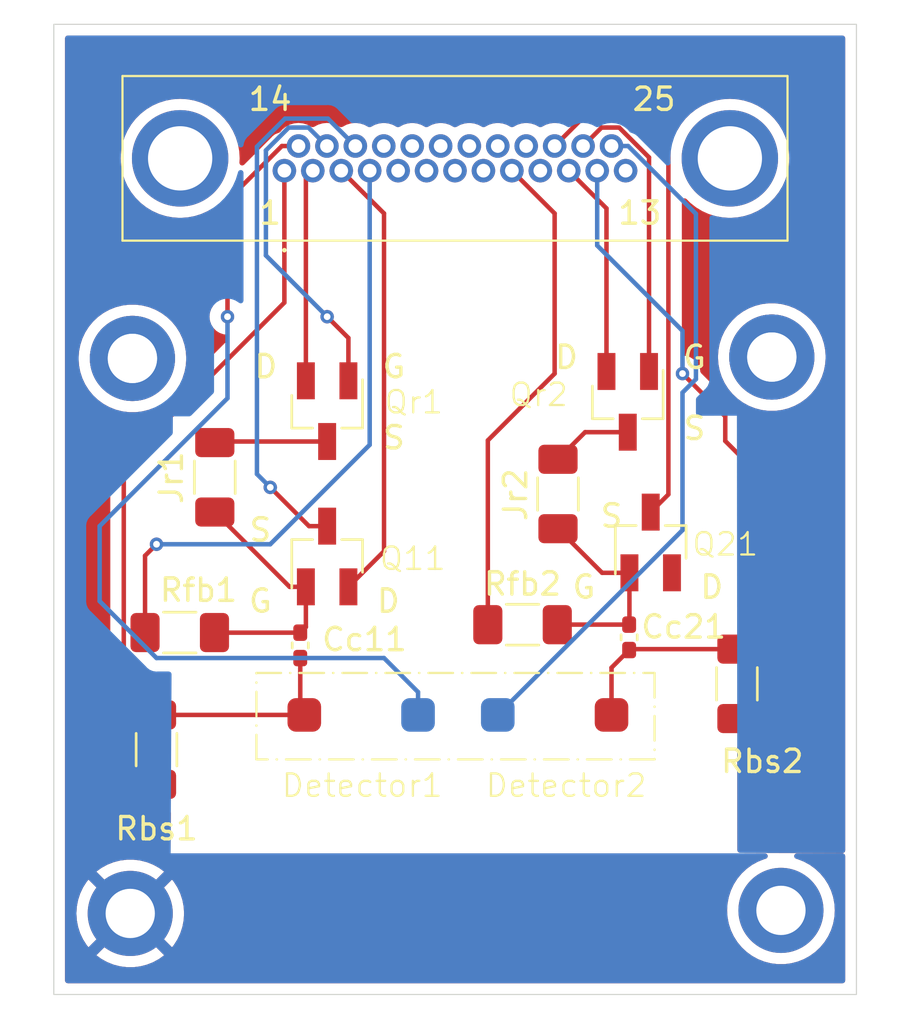
<source format=kicad_pcb>
(kicad_pcb (version 20221018) (generator pcbnew)
  (layers (0 "F.Cu" signal) (31 "B.Cu" signal) (34 "B.Paste" user) (35 "F.Paste" user) (36 "B.SilkS" user "B.Silkscreen") (37 "F.SilkS" user "F.Silkscreen") (38 "B.Mask" user) (39 "F.Mask" user) (44 "Edge.Cuts" user))
  (net 0 "")
  (net 1 "Net-(Jr1-B)")
  (net 2 "Net-(Cc11-Pad2)")
  (net 3 "Net-(Jr2-B)")
  (net 4 "Net-(Cc21-Pad2)")
  (net 5 "Net-(D1-Pad1)")
  (net 6 "Net-(Qr1-D)")
  (net 7 "Net-(Q11-D)")
  (net 8 "Net-(D1-Pad4)")
  (net 13 "Net-(D1-Pad9)")
  (net 14 "Net-(Q21-D)")
  (net 15 "Net-(Qr2-D)")
  (net 16 "Net-(D1-Pad12)")
  (net 18 "Net-(D1-P14)")
  (net 19 "Net-(D1-P15)")
  (net 20 "Net-(D1-P16)")
  (net 27 "Net-(D1-P23)")
  (net 28 "Net-(D1-P24)")
  (net 29 "Net-(D1-P25)")
  (net 30 "Net-(Jr1-A)")
  (net 31 "Net-(Jr2-A)")
  (net 32 "thermal")
  (footprint "charge_amp:Q_NJFET_GDS" (layer "F.Cu") (at 152.4 52.47268 180)
    (fp_text reference "Qr1" (at -3.868735 -4.681268 unlocked) (layer "F.SilkS") (effects (font (thickness 0.1))))
    (fp_text value "1.8pF" hide)
    (fp_text user "G" (at -2.982 -3.095) (layer "F.SilkS"))
    (fp_text user "S" (at -2.982 -6.27) (layer "F.SilkS"))
    (fp_text user "D" (at 2.733 -3.095) (layer "F.SilkS"))
    (fp_line (start -1.58 -5.84) (end -1.58 -3.68) (stroke (width 0.12)) (layer "F.SilkS"))
    (fp_line (start -1.58 -5.84) (end -0.65 -5.84) (stroke (width 0.12)) (layer "F.SilkS"))
    (fp_line (start 1.58 -5.84) (end 0.65 -5.84) (stroke (width 0.12)) (layer "F.SilkS"))
    (fp_line (start 1.58 -5.84) (end 1.58 -4.38) (stroke (width 0.12)) (layer "F.SilkS"))
    (pad "1" smd rect (at -0.95 -3.73 270) (size 1.65 0.8) (layers "F.Cu" "F.Paste" "F.Mask") (net 19 "Net-(D1-P15)"))
    (pad "2" smd rect (at 0.95 -3.73 270) (size 1.65 0.8) (layers "F.Cu" "F.Paste" "F.Mask") (net 6 "Net-(Qr1-D)"))
    (pad "3" smd rect (at 0 -6.44 270) (size 1.65 0.8) (layers "F.Cu" "F.Paste" "F.Mask") (net 30 "Net-(Jr1-A)"))
  )
  (footprint "Resistor_SMD:R_1206_3216Metric_Pad1.30x1.75mm_HandSolder" (layer "F.Cu") (at 145.817469 67.442852)
    (fp_text reference "Rfb1" (at 0.838651 -1.89545) (layer "F.SilkS"))
    (fp_text value "R=1" hide)
    (fp_line (start -0.727064 -0.91) (end 0.727064 -0.91) (stroke (width 0.12)) (layer "F.SilkS"))
    (fp_line (start -0.727064 0.91) (end 0.727064 0.91) (stroke (width 0.12)) (layer "F.SilkS"))
    (pad "1" smd roundrect (at -1.55 0) (size 1.3 1.75) (layers "F.Cu" "F.Paste" "F.Mask") (roundrect_rratio 0.192308) (net 8 "Net-(D1-Pad4)"))
    (pad "2" smd roundrect (at 1.55 0) (size 1.3 1.75) (layers "F.Cu" "F.Paste" "F.Mask") (roundrect_rratio 0.192308) (net 1 "Net-(Jr1-B)"))
  )
  (footprint "Capacitor_SMD:C_0402_1005Metric_Pad0.74x0.62mm_HandSolder" (layer "F.Cu") (at 151.199257 68.015201 -90)
    (fp_text reference "Cc11" (at -0.263931 -2.86561 -180) (layer "F.SilkS"))
    (fp_text value "C=1" hide)
    (fp_line (start -0.115835 -0.36) (end 0.115835 -0.36) (stroke (width 0.12)) (layer "F.SilkS"))
    (fp_line (start -0.115835 0.36) (end 0.115835 0.36) (stroke (width 0.12)) (layer "F.SilkS"))
    (pad "1" smd roundrect (at -0.5675 0 270) (size 0.735 0.62) (layers "F.Cu" "F.Paste" "F.Mask") (net 1 "Net-(Jr1-B)"))
    (pad "2" smd roundrect (at 0.5675 0 270) (size 0.735 0.62) (layers "F.Cu" "F.Paste" "F.Mask") (net 2 "Net-(Cc11-Pad2)"))
  )
  (footprint "MountingHole:MountingHole_2.2mm_M2_DIN965_Pad" (layer "F.Cu") (at 172.25867 55.142453)
    (fp_text reference "REF**" hide)
    (fp_text value "MountingHole_2.2mm_M2_DIN965_Pad" hide)
    (pad "1" thru_hole circle (at 0 0) (size 3.8 3.8) (drill 2.2) (layers "*.Cu" "*.Mask"))
  )
  (footprint "Capacitor_SMD:C_0402_1005Metric_Pad0.74x0.62mm_HandSolder" (layer "F.Cu") (at 165.886769 67.65566 -90)
    (fp_text reference "Cc21" (at -0.46708 -2.432903 -180) (layer "F.SilkS"))
    (fp_text value "C=1" hide)
    (fp_line (start -0.115835 -0.36) (end 0.115835 -0.36) (stroke (width 0.12)) (layer "F.SilkS"))
    (fp_line (start -0.115835 0.36) (end 0.115835 0.36) (stroke (width 0.12)) (layer "F.SilkS"))
    (pad "1" smd roundrect (at -0.5675 0 270) (size 0.735 0.62) (layers "F.Cu" "F.Paste" "F.Mask") (net 3 "Net-(Jr2-B)"))
    (pad "2" smd roundrect (at 0.5675 0 270) (size 0.735 0.62) (layers "F.Cu" "F.Paste" "F.Mask") (net 4 "Net-(Cc21-Pad2)"))
  )
  (footprint "MountingHole:MountingHole_2.2mm_M2_DIN965_Pad" (layer "F.Cu") (at 143.606561 79.983355)
    (fp_text reference "REF**" hide)
    (fp_text value "MountingHole_2.2mm_M2_DIN965_Pad" hide)
    (pad "1" thru_hole circle (at 0 0) (size 3.8 3.8) (drill 2.2) (layers "*.Cu" "*.Mask") (net 32 "thermal"))
  )
  (footprint "" (layer "F.Cu") (at 172.25867 55.142453)
    (fp_text reference "" (at 0 0) (layer "F.SilkS") (effects (font (size 1.27 1.27))))
    (fp_text value "" (at 0 0) (layer "F.SilkS") (effects (font (size 1.27 1.27))))
    (pad "1" thru_hole circle (at 0 0) (size 3.8 3.8) (drill 2.2) (layers "*.Cu" "*.Mask"))
  )
  (footprint "" (layer "F.Cu") (at 143.703831 55.203356)
    (fp_text reference "" (at 0 0) (layer "F.SilkS") (effects (font (size 1.27 1.27))))
    (fp_text value "" (at 0 0) (layer "F.SilkS") (effects (font (size 1.27 1.27))))
    (pad "1" thru_hole circle (at 0 0) (size 3.8 3.8) (drill 2.2) (layers "*.Cu" "*.Mask"))
  )
  (footprint "Resistor_SMD:R_1206_3216Metric_Pad1.30x1.75mm_HandSolder" (layer "F.Cu") (at 170.701343 69.732755 90)
    (fp_text reference "Rbs2" (at -3.457849 1.13514 180) (layer "F.SilkS"))
    (fp_text value "R=1" hide)
    (fp_line (start -0.727064 -0.91) (end 0.727064 -0.91) (stroke (width 0.12)) (layer "F.SilkS"))
    (fp_line (start -0.727064 0.91) (end 0.727064 0.91) (stroke (width 0.12)) (layer "F.SilkS"))
    (pad "1" smd roundrect (at -1.55 0 90) (size 1.3 1.75) (layers "F.Cu" "F.Paste" "F.Mask") (roundrect_rratio 0.192308) (net 16 "Net-(D1-Pad12)"))
    (pad "2" smd roundrect (at 1.55 0 90) (size 1.3 1.75) (layers "F.Cu" "F.Paste" "F.Mask") (roundrect_rratio 0.192308) (net 4 "Net-(Cc21-Pad2)"))
  )
  (footprint "MountingHole:MountingHole_2.2mm_M2_DIN965_Pad" (layer "F.Cu") (at 172.667013 79.84724)
    (fp_text reference "REF**" hide)
    (fp_text value "MountingHole_2.2mm_M2_DIN965_Pad" hide)
    (pad "1" thru_hole circle (at 0 0) (size 3.8 3.8) (drill 2.2) (layers "*.Cu" "*.Mask"))
  )
  (footprint "charge_amp:Q_NJFET_GDS" (layer "F.Cu") (at 152.4 69.131541)
    (fp_text reference "Q11" (at 3.821844 -4.990863 unlocked) (layer "F.SilkS") (effects (font (thickness 0.1))))
    (fp_text value "1.8pF" hide)
    (fp_text user "S" (at -2.982 -6.27 180) (layer "F.SilkS"))
    (fp_text user "G" (at -2.982 -3.095 180) (layer "F.SilkS"))
    (fp_text user "D" (at 2.733 -3.095 180) (layer "F.SilkS"))
    (fp_line (start -1.58 -5.84) (end -1.58 -3.68) (stroke (width 0.12)) (layer "F.SilkS"))
    (fp_line (start -1.58 -5.84) (end -0.65 -5.84) (stroke (width 0.12)) (layer "F.SilkS"))
    (fp_line (start 1.58 -5.84) (end 0.65 -5.84) (stroke (width 0.12)) (layer "F.SilkS"))
    (fp_line (start 1.58 -5.84) (end 1.58 -4.38) (stroke (width 0.12)) (layer "F.SilkS"))
    (pad "1" smd rect (at -0.95 -3.73 90) (size 1.65 0.8) (layers "F.Cu" "F.Paste" "F.Mask") (net 1 "Net-(Jr1-B)"))
    (pad "2" smd rect (at 0.95 -3.73 90) (size 1.65 0.8) (layers "F.Cu" "F.Paste" "F.Mask") (net 7 "Net-(Q11-D)"))
    (pad "3" smd rect (at 0 -6.44 90) (size 1.65 0.8) (layers "F.Cu" "F.Paste" "F.Mask") (net 20 "Net-(D1-P16)"))
  )
  (footprint "charge_amp:Q_NJFET_GDS" (layer "F.Cu") (at 165.824748 52.056097 180)
    (fp_text reference "Qr2" (at 3.976007 -4.769615 unlocked) (layer "F.SilkS") (effects (font (thickness 0.1))))
    (fp_text value "1.8pF" hide)
    (fp_text user "S" (at -2.982 -6.27) (layer "F.SilkS"))
    (fp_text user "G" (at -2.982 -3.095) (layer "F.SilkS"))
    (fp_text user "D" (at 2.733 -3.095) (layer "F.SilkS"))
    (fp_line (start -1.58 -5.84) (end -1.58 -3.68) (stroke (width 0.12)) (layer "F.SilkS"))
    (fp_line (start -1.58 -5.84) (end -0.65 -5.84) (stroke (width 0.12)) (layer "F.SilkS"))
    (fp_line (start 1.58 -5.84) (end 0.65 -5.84) (stroke (width 0.12)) (layer "F.SilkS"))
    (fp_line (start 1.58 -5.84) (end 1.58 -4.38) (stroke (width 0.12)) (layer "F.SilkS"))
    (pad "1" smd rect (at -0.95 -3.73 270) (size 1.65 0.8) (layers "F.Cu" "F.Paste" "F.Mask") (net 28 "Net-(D1-P24)"))
    (pad "2" smd rect (at 0.95 -3.73 270) (size 1.65 0.8) (layers "F.Cu" "F.Paste" "F.Mask") (net 15 "Net-(Qr2-D)"))
    (pad "3" smd rect (at 0 -6.44 270) (size 1.65 0.8) (layers "F.Cu" "F.Paste" "F.Mask") (net 31 "Net-(Jr2-A)"))
  )
  (footprint "charge_amp:detector" (layer "F.Cu") (at 159 71.12 90)
    (fp_text reference "Detector1" (at -3.1534 -5.033096 unlocked) (layer "F.SilkS") (effects (font (thickness 0.1))))
    (fp_text value "C=1" hide)
    (pad "" np_thru_hole circle (at 0 -5.08 90) (size 1 1) (drill 1) (layers "F&B.Cu" "*.Mask"))
    (pad "1" smd roundrect (at 0 -7.62 90) (size 1.5 1.5) (layers "F.Cu" "F.Paste" "F.Mask") (net 2 "Net-(Cc11-Pad2)"))
    (pad "2" smd roundrect (at 0 -2.54 90) (size 1.5 1.5) (layers "B.Cu" "F.Paste" "F.Mask") (net 18 "Net-(D1-P14)"))
  )
  (footprint "MountingHole:MountingHole_2.2mm_M2_DIN965_Pad" (layer "F.Cu") (at 143.703831 55.203356)
    (fp_text reference "REF**" hide)
    (fp_text value "MountingHole_2.2mm_M2_DIN965_Pad" hide)
    (pad "1" thru_hole circle (at 0 0) (size 3.8 3.8) (drill 2.2) (layers "*.Cu" "*.Mask"))
  )
  (footprint "Resistor_SMD:R_1206_3216Metric_Pad1.30x1.75mm_HandSolder" (layer "F.Cu") (at 144.78 72.67 90)
    (fp_text reference "Rbs1" (at -3.53 0 180) (layer "F.SilkS"))
    (fp_text value "R=1" hide)
    (fp_line (start -0.727064 -0.91) (end 0.727064 -0.91) (stroke (width 0.12)) (layer "F.SilkS"))
    (fp_line (start -0.727064 0.91) (end 0.727064 0.91) (stroke (width 0.12)) (layer "F.SilkS"))
    (pad "1" smd roundrect (at -1.55 0 90) (size 1.3 1.75) (layers "F.Cu" "F.Paste" "F.Mask") (roundrect_rratio 0.192308) (net 5 "Net-(D1-Pad1)"))
    (pad "2" smd roundrect (at 1.55 0 90) (size 1.3 1.75) (layers "F.Cu" "F.Paste" "F.Mask") (roundrect_rratio 0.192308) (net 2 "Net-(Cc11-Pad2)"))
  )
  (footprint "charge_amp:Q_NJFET_GDS" (layer "F.Cu") (at 166.849952 68.50529)
    (fp_text reference "Q21" (at 3.330048 -5.00529 unlocked) (layer "F.SilkS") (effects (font (thickness 0.1))))
    (fp_text value "1.8pF" hide)
    (fp_text user "S" (at -1.749952 -6.27) (layer "F.SilkS"))
    (fp_text user "D" (at 2.733 -3.095) (layer "F.SilkS"))
    (fp_text user "G" (at -2.982 -3.095) (layer "F.SilkS"))
    (fp_line (start -1.58 -5.84) (end -1.58 -3.68) (stroke (width 0.12)) (layer "F.SilkS"))
    (fp_line (start -1.58 -5.84) (end -0.65 -5.84) (stroke (width 0.12)) (layer "F.SilkS"))
    (fp_line (start 1.58 -5.84) (end 0.65 -5.84) (stroke (width 0.12)) (layer "F.SilkS"))
    (fp_line (start 1.58 -5.84) (end 1.58 -4.38) (stroke (width 0.12)) (layer "F.SilkS"))
    (pad "1" smd rect (at -0.95 -3.73 90) (size 1.65 0.8) (layers "F.Cu" "F.Paste" "F.Mask") (net 3 "Net-(Jr2-B)"))
    (pad "2" smd rect (at 0.95 -3.73 90) (size 1.65 0.8) (layers "F.Cu" "F.Paste" "F.Mask") (net 14 "Net-(Q21-D)"))
    (pad "3" smd rect (at 0 -6.44 90) (size 1.65 0.8) (layers "F.Cu" "F.Paste" "F.Mask") (net 27 "Net-(D1-P23)"))
  )
  (footprint "Resistor_SMD:R_1206_3216Metric_Pad1.30x1.75mm_HandSolder" (layer "F.Cu") (at 161.12645 67.091847)
    (fp_text reference "Rfb2" (at 0 -1.82) (layer "F.SilkS"))
    (fp_text value "R=1" hide)
    (fp_line (start -0.727064 -0.91) (end 0.727064 -0.91) (stroke (width 0.12)) (layer "F.SilkS"))
    (fp_line (start -0.727064 0.91) (end 0.727064 0.91) (stroke (width 0.12)) (layer "F.SilkS"))
    (pad "1" smd roundrect (at -1.55 0) (size 1.3 1.75) (layers "F.Cu" "F.Paste" "F.Mask") (roundrect_rratio 0.192308) (net 13 "Net-(D1-Pad9)"))
    (pad "2" smd roundrect (at 1.55 0) (size 1.3 1.75) (layers "F.Cu" "F.Paste" "F.Mask") (roundrect_rratio 0.192308) (net 3 "Net-(Jr2-B)"))
  )
  (footprint "charge_amp:detector" (layer "F.Cu") (at 157.48 71.12 -90)
    (fp_text reference "Detector2" (at 3.1534 -5.594314 unlocked) (layer "F.SilkS") (effects (font (thickness 0.1))))
    (fp_text value "C=1" hide)
    (pad "" np_thru_hole circle (at 0 -5.08 270) (size 1 1) (drill 1) (layers "F&B.Cu" "*.Mask"))
    (pad "1" smd roundrect (at 0 -7.62 270) (size 1.5 1.5) (layers "F.Cu" "F.Paste" "F.Mask") (net 4 "Net-(Cc21-Pad2)"))
    (pad "2" smd roundrect (at 0 -2.54 270) (size 1.5 1.5) (layers "B.Cu" "F.Paste" "F.Mask") (net 29 "Net-(D1-P25)"))
  )
  (footprint "Resistor_SMD:R_1206_3216Metric_Pad1.30x1.75mm_HandSolder" (layer "F.Cu") (at 162.709579 61.256013 -90)
    (fp_text reference "Jr2" (at 0.034234 1.89787 90) (layer "F.SilkS"))
    (fp_text value "R=0" hide)
    (fp_line (start -0.727064 -0.91) (end 0.727064 -0.91) (stroke (width 0.12)) (layer "F.SilkS"))
    (fp_line (start -0.727064 0.91) (end 0.727064 0.91) (stroke (width 0.12)) (layer "F.SilkS"))
    (pad "1" smd roundrect (at -1.55 0 270) (size 1.3 1.75) (layers "F.Cu" "F.Paste" "F.Mask") (roundrect_rratio 0.192308) (net 31 "Net-(Jr2-A)"))
    (pad "2" smd roundrect (at 1.55 0 270) (size 1.3 1.75) (layers "F.Cu" "F.Paste" "F.Mask") (roundrect_rratio 0.192308) (net 3 "Net-(Jr2-B)"))
  )
  (footprint "charge_amp:MDM_25_F" (layer "F.Cu") (at 158.11 54.44)
    (fp_text reference "D1" hide)
    (fp_text value "MDM25_FEMALE" hide)
    (fp_text user "1" (at -8.255 -5.73) (layer "F.SilkS"))
    (fp_text user "14" (at -8.255 -10.81) (layer "F.SilkS"))
    (fp_text user "25" (at 8.89 -10.81) (layer "F.SilkS"))
    (fp_text user "13" (at 8.255 -5.73) (layer "F.SilkS"))
    (fp_line (start -14.85 -11.845) (end 14.85 -11.845) (stroke (width 0.1)) (layer "F.SilkS"))
    (fp_line (start -14.85 -4.495) (end -14.85 -11.845) (stroke (width 0.1)) (layer "F.SilkS"))
    (fp_line (start -7.62 -4.12) (end -7.62 -4.12) (stroke (width 0.1)) (layer "F.SilkS"))
    (fp_line (start -7.62 -4.02) (end -7.62 -4.02) (stroke (width 0.1)) (layer "F.SilkS"))
    (fp_line (start 14.85 -11.845) (end 14.85 -4.495) (stroke (width 0.1)) (layer "F.SilkS"))
    (fp_line (start 14.85 -4.495) (end -14.85 -4.495) (stroke (width 0.1)) (layer "F.SilkS"))
    (fp_arc (start -7.62 -4.12) (mid -7.57 -4.07) (end -7.62 -4.02) (stroke (width 0.1)) (layer "F.SilkS"))
    (fp_arc (start -7.62 -4.02) (mid -7.67 -4.07) (end -7.62 -4.12) (stroke (width 0.1)) (layer "F.SilkS"))
    (pad "1" thru_hole circle (at -7.62 -7.62 180) (size 1.05 1.05) (drill 0.61) (layers "*.Cu" "*.Mask") (net 5 "Net-(D1-Pad1)"))
    (pad "2" thru_hole circle (at -6.35 -7.62 180) (size 1.05 1.05) (drill 0.61) (layers "*.Cu" "*.Mask") (net 6 "Net-(Qr1-D)"))
    (pad "3" thru_hole circle (at -5.08 -7.62 180) (size 1.05 1.05) (drill 0.61) (layers "*.Cu" "*.Mask") (net 7 "Net-(Q11-D)"))
    (pad "4" thru_hole circle (at -3.81 -7.62 180) (size 1.05 1.05) (drill 0.61) (layers "*.Cu" "*.Mask") (net 8 "Net-(D1-Pad4)"))
    (pad "5" thru_hole circle (at -2.54 -7.62 180) (size 1.05 1.05) (drill 0.61) (layers "*.Cu" "*.Mask"))
    (pad "6" thru_hole circle (at -1.27 -7.62 180) (size 1.05 1.05) (drill 0.61) (layers "*.Cu" "*.Mask"))
    (pad "7" thru_hole circle (at 0 -7.62 180) (size 1.05 1.05) (drill 0.61) (layers "*.Cu" "*.Mask"))
    (pad "8" thru_hole circle (at 1.27 -7.62 180) (size 1.05 1.05) (drill 0.61) (layers "*.Cu" "*.Mask"))
    (pad "9" thru_hole circle (at 2.54 -7.62 180) (size 1.05 1.05) (drill 0.61) (layers "*.Cu" "*.Mask") (net 13 "Net-(D1-Pad9)"))
    (pad "10" thru_hole circle (at 3.81 -7.62 180) (size 1.05 1.05) (drill 0.61) (layers "*.Cu" "*.Mask") (net 14 "Net-(Q21-D)"))
    (pad "11" thru_hole circle (at 5.08 -7.62 180) (size 1.05 1.05) (drill 0.61) (layers "*.Cu" "*.Mask") (net 15 "Net-(Qr2-D)"))
    (pad "12" thru_hole circle (at 6.35 -7.62 180) (size 1.05 1.05) (drill 0.61) (layers "*.Cu" "*.Mask") (net 16 "Net-(D1-Pad12)"))
    (pad "13" thru_hole circle (at 7.62 -7.62 180) (size 1.05 1.05) (drill 0.61) (layers "*.Cu" "*.Mask"))
    (pad "14" thru_hole circle (at -6.99 -8.72 180) (size 1.05 1.05) (drill 0.61) (layers "*.Cu" "*.Mask") (net 18 "Net-(D1-P14)"))
    (pad "15" thru_hole circle (at -5.72 -8.72 180) (size 1.05 1.05) (drill 0.61) (layers "*.Cu" "*.Mask") (net 19 "Net-(D1-P15)"))
    (pad "16" thru_hole circle (at -4.45 -8.72 180) (size 1.05 1.05) (drill 0.61) (layers "*.Cu" "*.Mask") (net 20 "Net-(D1-P16)"))
    (pad "17" thru_hole circle (at -3.18 -8.72 180) (size 1.05 1.05) (drill 0.61) (layers "*.Cu" "*.Mask"))
    (pad "18" thru_hole circle (at -1.91 -8.72 180) (size 1.05 1.05) (drill 0.61) (layers "*.Cu" "*.Mask"))
    (pad "19" thru_hole circle (at -0.64 -8.72 180) (size 1.05 1.05) (drill 0.61) (layers "*.Cu" "*.Mask"))
    (pad "20" thru_hole circle (at 0.64 -8.72 180) (size 1.05 1.05) (drill 0.61) (layers "*.Cu" "*.Mask"))
    (pad "21" thru_hole circle (at 1.91 -8.72 180) (size 1.05 1.05) (drill 0.61) (layers "*.Cu" "*.Mask"))
    (pad "22" thru_hole circle (at 3.18 -8.72 180) (size 1.05 1.05) (drill 0.61) (layers "*.Cu" "*.Mask"))
    (pad "23" thru_hole circle (at 4.45 -8.72 180) (size 1.05 1.05) (drill 0.61) (layers "*.Cu" "*.Mask") (net 27 "Net-(D1-P23)"))
    (pad "24" thru_hole circle (at 5.72 -8.72 180) (size 1.05 1.05) (drill 0.61) (layers "*.Cu" "*.Mask") (net 28 "Net-(D1-P24)"))
    (pad "25" thru_hole circle (at 6.99 -8.72 180) (size 1.05 1.05) (drill 0.61) (layers "*.Cu" "*.Mask") (net 29 "Net-(D1-P25)"))
    (pad "MH1" thru_hole circle (at 12.275 -8.17 180) (size 4.305 4.305) (drill 2.87) (layers "*.Cu" "*.Mask"))
    (pad "MH2" thru_hole circle (at -12.275 -8.17 180) (size 4.305 4.305) (drill 2.87) (layers "*.Cu" "*.Mask"))
  )
  (footprint "Resistor_SMD:R_1206_3216Metric_Pad1.30x1.75mm_HandSolder" (layer "F.Cu") (at 147.383594 60.511063 -90)
    (fp_text reference "Jr1" (at 0.019023 1.946635 90) (layer "F.SilkS"))
    (fp_text value "R=0" hide)
    (fp_line (start -0.727064 -0.91) (end 0.727064 -0.91) (stroke (width 0.12)) (layer "F.SilkS"))
    (fp_line (start -0.727064 0.91) (end 0.727064 0.91) (stroke (width 0.12)) (layer "F.SilkS"))
    (pad "1" smd roundrect (at -1.55 0 270) (size 1.3 1.75) (layers "F.Cu" "F.Paste" "F.Mask") (roundrect_rratio 0.192308) (net 30 "Net-(Jr1-A)"))
    (pad "2" smd roundrect (at 1.55 0 270) (size 1.3 1.75) (layers "F.Cu" "F.Paste" "F.Mask") (roundrect_rratio 0.192308) (net 1 "Net-(Jr1-B)"))
  )
  (gr_rect (start 149.241878 69.246397) (end 167.021878 73.107207) (stroke (width 0.1) (type dash_dot)) (fill none) (layer "F.SilkS"))
  (gr_rect (start 140.192958 40.286286) (end 176.038121 83.603046) (stroke (width 0.05)) (fill none) (layer "Edge.Cuts"))
  (segment (start 147.367469 67.442852) (end 147.372318 67.447701) (width 0.2) (layer "F.Cu") (net 1))
  (segment (start 151.45 67.196958) (end 151.199257 67.447701) (width 0.2) (layer "F.Cu") (net 1))
  (segment (start 150.724072 65.401541) (end 151.45 65.401541) (width 0.2) (layer "F.Cu") (net 1))
  (segment (start 147.372318 67.447701) (end 151.199257 67.447701) (width 0.2) (layer "F.Cu") (net 1))
  (segment (start 147.383594 62.061063) (end 150.724072 65.401541) (width 0.2) (layer "F.Cu") (net 1))
  (segment (start 151.45 65.401541) (end 151.45 67.196958) (width 0.2) (layer "F.Cu") (net 1))
  (segment (start 151.199257 70.939257) (end 151.199257 68.582701) (width 0.2) (layer "F.Cu") (net 2))
  (segment (start 151.38 71.12) (end 151.199257 70.939257) (width 0.2) (layer "F.Cu") (net 2))
  (segment (start 144.78 71.12) (end 151.38 71.12) (width 0.2) (layer "F.Cu") (net 2))
  (segment (start 162.680137 67.08816) (end 165.886769 67.08816) (width 0.2) (layer "F.Cu") (net 3))
  (segment (start 165.899952 67.074977) (end 165.886769 67.08816) (width 0.2) (layer "F.Cu") (net 3))
  (segment (start 165.899952 64.77529) (end 165.899952 67.074977) (width 0.2) (layer "F.Cu") (net 3))
  (segment (start 164.678856 64.77529) (end 165.899952 64.77529) (width 0.2) (layer "F.Cu") (net 3))
  (segment (start 162.67645 67.091847) (end 162.680137 67.08816) (width 0.2) (layer "F.Cu") (net 3))
  (segment (start 162.709579 62.806013) (end 164.678856 64.77529) (width 0.2) (layer "F.Cu") (net 3))
  (segment (start 165.886769 68.22316) (end 165.927174 68.182755) (width 0.2) (layer "F.Cu") (net 4))
  (segment (start 165.1 71.12) (end 165.1 69.009929) (width 0.2) (layer "F.Cu") (net 4))
  (segment (start 165.1 69.009929) (end 165.886769 68.22316) (width 0.2) (layer "F.Cu") (net 4))
  (segment (start 165.927174 68.182755) (end 170.701343 68.182755) (width 0.2) (layer "F.Cu") (net 4))
  (segment (start 150.49 52.71) (end 150.49 46.82) (width 0.2) (layer "F.Cu") (net 5))
  (segment (start 144.78 74.22) (end 143.317469 72.757469) (width 0.2) (layer "F.Cu") (net 5))
  (segment (start 143.317469 59.882531) (end 150.49 52.71) (width 0.2) (layer "F.Cu") (net 5))
  (segment (start 143.317469 72.757469) (end 143.317469 59.882531) (width 0.2) (layer "F.Cu") (net 5))
  (segment (start 151.45 47.13) (end 151.76 46.82) (width 0.2) (layer "F.Cu") (net 6))
  (segment (start 151.45 56.20268) (end 151.45 47.13) (width 0.2) (layer "F.Cu") (net 6))
  (segment (start 153.35 65.401541) (end 154.94 63.811541) (width 0.2) (layer "F.Cu") (net 7))
  (segment (start 154.94 63.811541) (end 154.94 48.73) (width 0.2) (layer "F.Cu") (net 7))
  (segment (start 154.94 48.73) (end 153.03 46.82) (width 0.2) (layer "F.Cu") (net 7))
  (segment (start 144.267469 64.012531) (end 144.78 63.5) (width 0.2) (layer "F.Cu") (net 8))
  (segment (start 144.267469 67.442852) (end 144.267469 64.012531) (width 0.2) (layer "F.Cu") (net 8))
  (via (at 144.78 63.5) (size 0.6) (drill 0.3) (layers "F.Cu" "B.Cu") (net 8))
  (segment (start 144.78 63.5) (end 149.86 63.5) (width 0.2) (layer "B.Cu") (net 8))
  (segment (start 149.86 63.5) (end 154.3 59.06) (width 0.2) (layer "B.Cu") (net 8))
  (segment (start 154.3 59.06) (end 154.3 46.82) (width 0.2) (layer "B.Cu") (net 8))
  (segment (start 159.57645 67.091847) (end 159.57645 58.86355) (width 0.2) (layer "F.Cu") (net 13))
  (segment (start 162.56 48.73) (end 160.65 46.82) (width 0.2) (layer "F.Cu") (net 13))
  (segment (start 159.57645 58.86355) (end 162.56 55.88) (width 0.2) (layer "F.Cu") (net 13))
  (segment (start 162.56 55.88) (end 162.56 48.73) (width 0.2) (layer "F.Cu") (net 13))
  (segment (start 164.874748 55.786097) (end 164.874748 48.504748) (width 0.2) (layer "F.Cu") (net 15))
  (segment (start 164.874748 48.504748) (end 163.19 46.82) (width 0.2) (layer "F.Cu") (net 15))
  (segment (start 170.18 57.79) (end 170.18 58.89) (width 0.2) (layer "F.Cu") (net 16))
  (segment (start 171.876343 60.586343) (end 171.876343 70.107755) (width 0.2) (layer "F.Cu") (net 16))
  (segment (start 168.27 55.88) (end 170.18 57.79) (width 0.2) (layer "F.Cu") (net 16))
  (segment (start 171.876343 70.107755) (end 170.701343 71.282755) (width 0.2) (layer "F.Cu") (net 16))
  (segment (start 170.18 58.89) (end 171.876343 60.586343) (width 0.2) (layer "F.Cu") (net 16))
  (via (at 168.27 55.88) (size 0.6) (drill 0.3) (layers "F.Cu" "B.Cu") (net 16))
  (segment (start 168.27 53.97) (end 164.46 50.16) (width 0.2) (layer "B.Cu") (net 16))
  (segment (start 164.46 50.16) (end 164.46 46.82) (width 0.2) (layer "B.Cu") (net 16))
  (segment (start 168.27 55.88) (end 168.27 53.97) (width 0.2) (layer "B.Cu") (net 16))
  (segment (start 147.95 53.34) (end 147.95 48.147538) (width 0.2) (layer "F.Cu") (net 18))
  (segment (start 147.95 48.147538) (end 150.377538 45.72) (width 0.2) (layer "F.Cu") (net 18))
  (segment (start 150.377538 45.72) (end 151.12 45.72) (width 0.2) (layer "F.Cu") (net 18))
  (via (at 147.95 53.34) (size 0.6) (drill 0.3) (layers "F.Cu" "B.Cu") (net 18))
  (segment (start 144.78 68.58) (end 154.94 68.58) (width 0.2) (layer "B.Cu") (net 18))
  (segment (start 142.24 66.04) (end 144.78 68.58) (width 0.2) (layer "B.Cu") (net 18))
  (segment (start 154.94 68.58) (end 156.46 70.1) (width 0.2) (layer "B.Cu") (net 18))
  (segment (start 142.24 62.69) (end 142.24 66.04) (width 0.2) (layer "B.Cu") (net 18))
  (segment (start 147.95 56.98) (end 142.24 62.69) (width 0.2) (layer "B.Cu") (net 18))
  (segment (start 156.46 70.1) (end 156.46 71.12) (width 0.2) (layer "B.Cu") (net 18))
  (segment (start 147.95 53.34) (end 147.95 56.98) (width 0.2) (layer "B.Cu") (net 18))
  (segment (start 153.35 54.29) (end 152.4 53.34) (width 0.2) (layer "F.Cu") (net 19))
  (segment (start 153.35 56.20268) (end 153.35 54.29) (width 0.2) (layer "F.Cu") (net 19))
  (via (at 152.4 53.34) (size 0.6) (drill 0.3) (layers "F.Cu" "B.Cu") (net 19))
  (segment (start 149.665 50.605) (end 149.665 45.915) (width 0.2) (layer "B.Cu") (net 19))
  (segment (start 149.665 45.915) (end 150.685 44.895) (width 0.2) (layer "B.Cu") (net 19))
  (segment (start 152.4 53.34) (end 149.665 50.605) (width 0.2) (layer "B.Cu") (net 19))
  (segment (start 150.685 44.895) (end 151.565 44.895) (width 0.2) (layer "B.Cu") (net 19))
  (segment (start 151.565 44.895) (end 152.39 45.72) (width 0.2) (layer "B.Cu") (net 19))
  (segment (start 151.591541 62.691541) (end 149.86 60.96) (width 0.2) (layer "F.Cu") (net 20))
  (segment (start 152.4 62.691541) (end 151.591541 62.691541) (width 0.2) (layer "F.Cu") (net 20))
  (via (at 149.86 60.96) (size 0.6) (drill 0.3) (layers "F.Cu" "B.Cu") (net 20))
  (segment (start 152.435 44.495) (end 153.66 45.72) (width 0.2) (layer "B.Cu") (net 20))
  (segment (start 150.519315 44.495) (end 152.435 44.495) (width 0.2) (layer "B.Cu") (net 20))
  (segment (start 149.265 45.749314) (end 150.519315 44.495) (width 0.2) (layer "B.Cu") (net 20))
  (segment (start 149.86 60.96) (end 149.265 60.365) (width 0.2) (layer "B.Cu") (net 20))
  (segment (start 149.265 60.365) (end 149.265 45.749314) (width 0.2) (layer "B.Cu") (net 20))
  (segment (start 167.64 61.275242) (end 167.64 45.72) (width 0.2) (layer "F.Cu") (net 27))
  (segment (start 166.849952 62.06529) (end 167.64 61.275242) (width 0.2) (layer "F.Cu") (net 27))
  (segment (start 166.415 44.495) (end 163.785 44.495) (width 0.2) (layer "F.Cu") (net 27))
  (segment (start 167.64 45.72) (end 166.415 44.495) (width 0.2) (layer "F.Cu") (net 27))
  (segment (start 163.785 44.495) (end 162.56 45.72) (width 0.2) (layer "F.Cu") (net 27))
  (segment (start 166.774748 55.786097) (end 166.774748 46.228021) (width 0.2) (layer "F.Cu") (net 28))
  (segment (start 165.441727 44.895) (end 164.655 44.895) (width 0.2) (layer "F.Cu") (net 28))
  (segment (start 166.774748 46.228021) (end 165.441727 44.895) (width 0.2) (layer "F.Cu") (net 28))
  (segment (start 164.655 44.895) (end 163.83 45.72) (width 0.2) (layer "F.Cu") (net 28))
  (segment (start 160.02 71.12) (end 168.27 62.87) (width 0.2) (layer "B.Cu") (net 29))
  (segment (start 168.87 48.747538) (end 165.842462 45.72) (width 0.2) (layer "B.Cu") (net 29))
  (segment (start 168.27 56.728529) (end 168.87 56.128529) (width 0.2) (layer "B.Cu") (net 29))
  (segment (start 168.27 62.87) (end 168.27 56.728529) (width 0.2) (layer "B.Cu") (net 29))
  (segment (start 168.87 56.128529) (end 168.87 48.747538) (width 0.2) (layer "B.Cu") (net 29))
  (segment (start 165.842462 45.72) (end 165.1 45.72) (width 0.2) (layer "B.Cu") (net 29))
  (segment (start 147.383594 58.961063) (end 147.431977 58.91268) (width 0.2) (layer "F.Cu") (net 30))
  (segment (start 147.431977 58.91268) (end 152.4 58.91268) (width 0.2) (layer "F.Cu") (net 30))
  (segment (start 163.919495 58.496097) (end 162.709579 59.706013) (width 0.2) (layer "F.Cu") (net 31))
  (segment (start 165.824748 58.496097) (end 163.919495 58.496097) (width 0.2) (layer "F.Cu") (net 31))
  (zone (net 32) (net_name "thermal") (layers "F&B.Cu") (connect_pads (clearance 0.5)) (min_thickness 0.25) (fill yes (thermal_gap 0.5) (thermal_bridge_width 0.5))
    (polygon (pts (xy 137.79 39.2) (xy 137.79 84.92) (xy 178.43 84.92) (xy 178.43 77.3) (xy 145.41 77.3) (xy 145.51 57.79) (xy 170.7 57.76) (xy 170.72 77.28) (xy 178.43 77.3) (xy 178.43 39.2)))
  )
)
</source>
